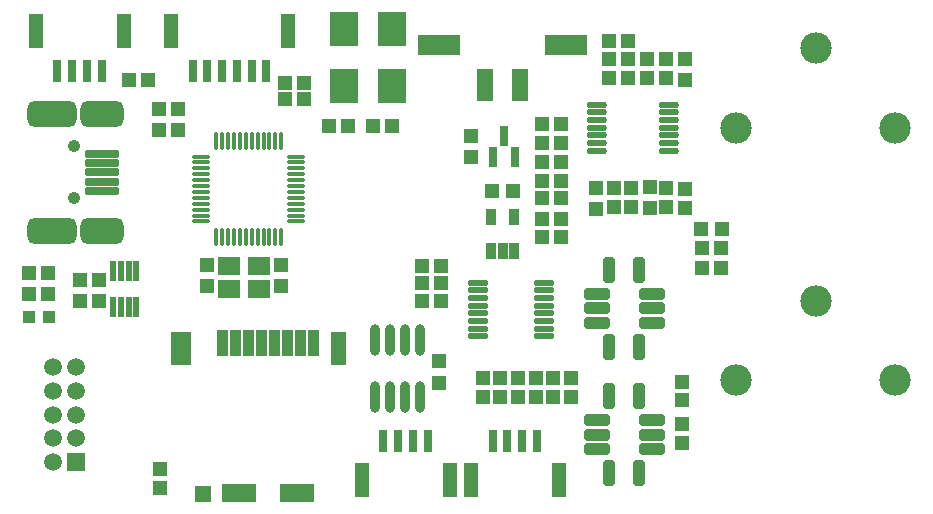
<source format=gts>
G04 Layer_Color=8388736*
%FSLAX43Y43*%
%MOMM*%
G71*
G01*
G75*
%ADD38R,1.000X1.000*%
%ADD67O,1.700X0.550*%
%ADD68R,0.810X1.410*%
%ADD69R,3.614X1.811*%
%ADD70R,1.430X2.700*%
%ADD71R,1.960X1.560*%
%ADD72R,2.360X2.960*%
%ADD73R,1.160X1.160*%
%ADD74R,1.160X1.160*%
%ADD75R,1.160X1.310*%
%ADD76R,1.310X1.160*%
%ADD77R,1.160X2.760*%
%ADD78R,1.360X1.360*%
%ADD79R,2.860X1.560*%
%ADD80R,0.510X1.660*%
%ADD81R,0.760X1.860*%
%ADD82R,1.160X2.960*%
%ADD83O,0.860X2.660*%
%ADD84O,1.650X0.350*%
%ADD85O,0.350X1.650*%
%ADD86R,0.760X1.760*%
G04:AMPARAMS|DCode=87|XSize=2.16mm|YSize=0.96mm|CornerRadius=0.16mm|HoleSize=0mm|Usage=FLASHONLY|Rotation=180.000|XOffset=0mm|YOffset=0mm|HoleType=Round|Shape=RoundedRectangle|*
%AMROUNDEDRECTD87*
21,1,2.160,0.640,0,0,180.0*
21,1,1.840,0.960,0,0,180.0*
1,1,0.320,-0.920,0.320*
1,1,0.320,0.920,0.320*
1,1,0.320,0.920,-0.320*
1,1,0.320,-0.920,-0.320*
%
%ADD87ROUNDEDRECTD87*%
G04:AMPARAMS|DCode=88|XSize=2.16mm|YSize=0.96mm|CornerRadius=0.16mm|HoleSize=0mm|Usage=FLASHONLY|Rotation=90.000|XOffset=0mm|YOffset=0mm|HoleType=Round|Shape=RoundedRectangle|*
%AMROUNDEDRECTD88*
21,1,2.160,0.640,0,0,90.0*
21,1,1.840,0.960,0,0,90.0*
1,1,0.320,0.320,0.920*
1,1,0.320,0.320,-0.920*
1,1,0.320,-0.320,-0.920*
1,1,0.320,-0.320,0.920*
%
%ADD88ROUNDEDRECTD88*%
G04:AMPARAMS|DCode=89|XSize=2.96mm|YSize=0.66mm|CornerRadius=0.205mm|HoleSize=0mm|Usage=FLASHONLY|Rotation=180.000|XOffset=0mm|YOffset=0mm|HoleType=Round|Shape=RoundedRectangle|*
%AMROUNDEDRECTD89*
21,1,2.960,0.250,0,0,180.0*
21,1,2.550,0.660,0,0,180.0*
1,1,0.410,-1.275,0.125*
1,1,0.410,1.275,0.125*
1,1,0.410,1.275,-0.125*
1,1,0.410,-1.275,-0.125*
%
%ADD89ROUNDEDRECTD89*%
G04:AMPARAMS|DCode=90|XSize=3.66mm|YSize=2.21mm|CornerRadius=0.593mm|HoleSize=0mm|Usage=FLASHONLY|Rotation=180.000|XOffset=0mm|YOffset=0mm|HoleType=Round|Shape=RoundedRectangle|*
%AMROUNDEDRECTD90*
21,1,3.660,1.025,0,0,180.0*
21,1,2.475,2.210,0,0,180.0*
1,1,1.185,-1.238,0.512*
1,1,1.185,1.238,0.512*
1,1,1.185,1.238,-0.512*
1,1,1.185,-1.238,-0.512*
%
%ADD90ROUNDEDRECTD90*%
G04:AMPARAMS|DCode=91|XSize=4.16mm|YSize=2.21mm|CornerRadius=0.593mm|HoleSize=0mm|Usage=FLASHONLY|Rotation=180.000|XOffset=0mm|YOffset=0mm|HoleType=Round|Shape=RoundedRectangle|*
%AMROUNDEDRECTD91*
21,1,4.160,1.025,0,0,180.0*
21,1,2.975,2.210,0,0,180.0*
1,1,1.185,-1.488,0.512*
1,1,1.185,1.488,0.512*
1,1,1.185,1.488,-0.512*
1,1,1.185,-1.488,-0.512*
%
%ADD91ROUNDEDRECTD91*%
G04:AMPARAMS|DCode=92|XSize=3.66mm|YSize=2.21mm|CornerRadius=0.593mm|HoleSize=0mm|Usage=FLASHONLY|Rotation=180.000|XOffset=0mm|YOffset=0mm|HoleType=Round|Shape=RoundedRectangle|*
%AMROUNDEDRECTD92*
21,1,3.660,1.025,0,0,180.0*
21,1,2.475,2.210,0,0,180.0*
1,1,1.185,-1.238,0.512*
1,1,1.185,1.238,0.512*
1,1,1.185,1.238,-0.512*
1,1,1.185,-1.238,-0.512*
%
%ADD92ROUNDEDRECTD92*%
%ADD93O,1.760X0.510*%
%ADD94C,2.660*%
%ADD95C,1.060*%
%ADD96R,1.510X1.510*%
%ADD97C,1.510*%
G36*
X20050Y12800D02*
X19150D01*
Y15000D01*
X20050D01*
Y12800D01*
D02*
G37*
G36*
X21150D02*
X20250D01*
Y15000D01*
X21150D01*
Y12800D01*
D02*
G37*
G36*
X18950D02*
X18050D01*
Y15000D01*
X18950D01*
Y12800D01*
D02*
G37*
G36*
X15800Y12000D02*
X14100D01*
Y14800D01*
X15800D01*
Y12000D01*
D02*
G37*
G36*
X28900D02*
X27700D01*
Y14800D01*
X28900D01*
Y12000D01*
D02*
G37*
G36*
X25550Y12800D02*
X24650D01*
Y15000D01*
X25550D01*
Y12800D01*
D02*
G37*
G36*
X26650D02*
X25750D01*
Y15000D01*
X26650D01*
Y12800D01*
D02*
G37*
G36*
X24450D02*
X23550D01*
Y15000D01*
X24450D01*
Y12800D01*
D02*
G37*
G36*
X22250D02*
X21350D01*
Y15000D01*
X22250D01*
Y12800D01*
D02*
G37*
G36*
X23350D02*
X22450D01*
Y15000D01*
X23350D01*
Y12800D01*
D02*
G37*
D38*
X2100Y16100D02*
D03*
X3800D02*
D03*
D67*
X56250Y30150D02*
D03*
Y30800D02*
D03*
Y31450D02*
D03*
Y32100D02*
D03*
Y32750D02*
D03*
Y33400D02*
D03*
Y34050D02*
D03*
X50150Y30150D02*
D03*
Y30800D02*
D03*
Y31450D02*
D03*
Y32100D02*
D03*
Y32750D02*
D03*
Y33400D02*
D03*
Y34050D02*
D03*
D68*
X41250Y21675D02*
D03*
X42200D02*
D03*
X43150D02*
D03*
Y24525D02*
D03*
X41250D02*
D03*
D69*
X36790Y39124D02*
D03*
X47590D02*
D03*
D70*
X43700Y35670D02*
D03*
X40676D02*
D03*
D71*
X19000Y20400D02*
D03*
X21600D02*
D03*
Y18400D02*
D03*
X19000D02*
D03*
D72*
X28775Y35605D02*
D03*
Y40405D02*
D03*
X32850Y35605D02*
D03*
Y40405D02*
D03*
D73*
X37000Y20400D02*
D03*
X35400D02*
D03*
X35400Y18900D02*
D03*
X37000D02*
D03*
X35400Y17400D02*
D03*
X37000D02*
D03*
X3700Y18000D02*
D03*
X2100D02*
D03*
X3700Y19800D02*
D03*
X2100D02*
D03*
X27500Y32200D02*
D03*
X29100D02*
D03*
X31200D02*
D03*
X32800D02*
D03*
X25400Y35900D02*
D03*
X23800D02*
D03*
X25400Y34500D02*
D03*
X23800D02*
D03*
X10600Y36100D02*
D03*
X12200D02*
D03*
X13100Y33700D02*
D03*
X14700D02*
D03*
X13100Y31900D02*
D03*
X14700D02*
D03*
X47100Y27600D02*
D03*
X45500D02*
D03*
X45500Y29200D02*
D03*
X47100D02*
D03*
X52800Y36300D02*
D03*
X51200D02*
D03*
X52800Y39400D02*
D03*
X51200D02*
D03*
X59100Y20200D02*
D03*
X60700D02*
D03*
X60700Y21900D02*
D03*
X59100D02*
D03*
X56000Y37900D02*
D03*
X54400D02*
D03*
X54400Y36300D02*
D03*
X56000D02*
D03*
X45500Y32400D02*
D03*
X47100D02*
D03*
X47100Y24400D02*
D03*
X45500D02*
D03*
X47100Y30800D02*
D03*
X45500D02*
D03*
X52800Y37900D02*
D03*
X51200D02*
D03*
X45500Y26100D02*
D03*
X47100D02*
D03*
X45500Y22800D02*
D03*
X47100D02*
D03*
D74*
X13200Y3200D02*
D03*
Y1600D02*
D03*
X57400Y10600D02*
D03*
Y9000D02*
D03*
X48000Y9300D02*
D03*
Y10900D02*
D03*
X46500Y9300D02*
D03*
Y10900D02*
D03*
X45000Y9300D02*
D03*
Y10900D02*
D03*
X57400Y7000D02*
D03*
Y5400D02*
D03*
X43500Y9300D02*
D03*
Y10900D02*
D03*
X42000Y9300D02*
D03*
Y10900D02*
D03*
X40500Y9300D02*
D03*
Y10900D02*
D03*
X57600Y26900D02*
D03*
Y25300D02*
D03*
X56000Y27000D02*
D03*
Y25400D02*
D03*
X51600Y25400D02*
D03*
Y27000D02*
D03*
X53100Y27000D02*
D03*
Y25400D02*
D03*
D75*
X6400Y17400D02*
D03*
Y19200D02*
D03*
X8000Y17400D02*
D03*
Y19200D02*
D03*
X36800Y12300D02*
D03*
Y10500D02*
D03*
X23400Y18700D02*
D03*
Y20500D02*
D03*
X17200Y20500D02*
D03*
Y18700D02*
D03*
X39500Y31400D02*
D03*
Y29600D02*
D03*
X57600Y36100D02*
D03*
Y37900D02*
D03*
X50100Y27000D02*
D03*
Y25200D02*
D03*
X54700Y25300D02*
D03*
Y27100D02*
D03*
D76*
X43100Y26700D02*
D03*
X41300D02*
D03*
X59000Y23500D02*
D03*
X60800D02*
D03*
D77*
X28300Y13400D02*
D03*
D78*
X16850Y1100D02*
D03*
D79*
X24800Y1200D02*
D03*
X19900D02*
D03*
D80*
X9875Y19925D02*
D03*
X10525D02*
D03*
X9875Y16875D02*
D03*
X10525D02*
D03*
X9225Y19925D02*
D03*
X11175D02*
D03*
Y16875D02*
D03*
X9225D02*
D03*
D81*
X15945Y36900D02*
D03*
X17195D02*
D03*
X22195D02*
D03*
X20945D02*
D03*
X19695D02*
D03*
X18445D02*
D03*
X32100Y5600D02*
D03*
X33350D02*
D03*
X34600D02*
D03*
X35850D02*
D03*
X41350D02*
D03*
X42600D02*
D03*
X43850D02*
D03*
X45100D02*
D03*
X8250Y36900D02*
D03*
X7000D02*
D03*
X5750D02*
D03*
X4500D02*
D03*
D82*
X14095Y40250D02*
D03*
X24045D02*
D03*
X37700Y2250D02*
D03*
X30250D02*
D03*
X46950D02*
D03*
X39500D02*
D03*
X2650Y40250D02*
D03*
X10100D02*
D03*
D83*
X31395Y9250D02*
D03*
X32665D02*
D03*
X33935D02*
D03*
X35205D02*
D03*
X31395Y14150D02*
D03*
X32665D02*
D03*
X33935D02*
D03*
X35205D02*
D03*
D84*
X16675Y25150D02*
D03*
Y25650D02*
D03*
X24725Y24150D02*
D03*
Y24650D02*
D03*
Y25150D02*
D03*
Y25650D02*
D03*
Y26150D02*
D03*
Y26650D02*
D03*
Y27150D02*
D03*
Y27650D02*
D03*
Y28150D02*
D03*
Y28650D02*
D03*
Y29150D02*
D03*
Y29650D02*
D03*
X16675D02*
D03*
Y29150D02*
D03*
Y28650D02*
D03*
Y28150D02*
D03*
Y27650D02*
D03*
Y27150D02*
D03*
Y26650D02*
D03*
Y26150D02*
D03*
Y24650D02*
D03*
Y24150D02*
D03*
D85*
X17950Y22875D02*
D03*
X18450D02*
D03*
X18950D02*
D03*
X19450D02*
D03*
X19950D02*
D03*
X20450D02*
D03*
X20950D02*
D03*
X21450D02*
D03*
X21950D02*
D03*
X22450D02*
D03*
X22950D02*
D03*
X23450D02*
D03*
Y30925D02*
D03*
X22950D02*
D03*
X22450D02*
D03*
X21950D02*
D03*
X21450D02*
D03*
X20950D02*
D03*
X20450D02*
D03*
X19950D02*
D03*
X19450D02*
D03*
X18950D02*
D03*
X18450D02*
D03*
X17950D02*
D03*
D86*
X42300Y31400D02*
D03*
X43250Y29600D02*
D03*
X41350D02*
D03*
D87*
X54820Y18045D02*
D03*
Y16795D02*
D03*
Y15545D02*
D03*
X50180Y18045D02*
D03*
Y16795D02*
D03*
Y15545D02*
D03*
Y4850D02*
D03*
Y6100D02*
D03*
Y7350D02*
D03*
X54820Y4850D02*
D03*
Y6100D02*
D03*
Y7350D02*
D03*
D88*
X51230Y13545D02*
D03*
X53770D02*
D03*
X51230Y20045D02*
D03*
X53770D02*
D03*
Y9350D02*
D03*
X51230D02*
D03*
X53770Y2850D02*
D03*
X51230D02*
D03*
D89*
X8250Y28300D02*
D03*
Y26700D02*
D03*
Y27500D02*
D03*
Y29900D02*
D03*
Y29100D02*
D03*
D90*
X8275Y23375D02*
D03*
D91*
X4025D02*
D03*
Y33225D02*
D03*
D92*
X8275D02*
D03*
D93*
X40100Y18975D02*
D03*
Y18325D02*
D03*
Y17675D02*
D03*
Y17025D02*
D03*
Y16375D02*
D03*
Y15725D02*
D03*
Y15075D02*
D03*
Y14425D02*
D03*
X45700Y18975D02*
D03*
Y18325D02*
D03*
Y17675D02*
D03*
Y17025D02*
D03*
Y16375D02*
D03*
Y15725D02*
D03*
Y15075D02*
D03*
Y14425D02*
D03*
D94*
X61950Y10700D02*
D03*
X68700Y17450D02*
D03*
X75450Y10700D02*
D03*
Y32100D02*
D03*
X68700Y38850D02*
D03*
X61950Y32100D02*
D03*
D95*
X5925Y26100D02*
D03*
Y30500D02*
D03*
D96*
X6100Y3800D02*
D03*
D97*
Y5800D02*
D03*
Y7800D02*
D03*
Y9800D02*
D03*
Y11800D02*
D03*
X4100Y3800D02*
D03*
Y5800D02*
D03*
Y7800D02*
D03*
Y9800D02*
D03*
Y11800D02*
D03*
M02*

</source>
